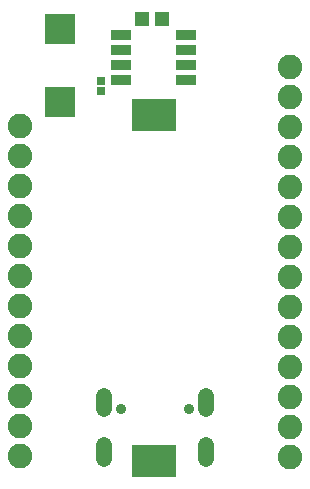
<source format=gbr>
G04 EAGLE Gerber RS-274X export*
G75*
%MOMM*%
%FSLAX34Y34*%
%LPD*%
%INSoldermask Bottom*%
%IPPOS*%
%AMOC8*
5,1,8,0,0,1.08239X$1,22.5*%
G01*
%ADD10R,2.606800X2.571200*%
%ADD11C,1.361200*%
%ADD12C,0.903200*%
%ADD13R,3.803200X2.803200*%
%ADD14C,2.082800*%
%ADD15R,1.727200X0.812800*%
%ADD16R,0.803200X0.743200*%
%ADD17R,1.303200X1.203200*%


D10*
X46508Y321558D03*
X46508Y383982D03*
D11*
X83260Y73090D02*
X83260Y61510D01*
X169660Y61510D02*
X169660Y73090D01*
X83260Y31290D02*
X83260Y19710D01*
X169660Y19710D02*
X169660Y31290D01*
D12*
X97560Y62000D03*
X155360Y62000D03*
D13*
X125460Y18000D03*
X125460Y311000D03*
D14*
X12110Y301660D03*
X12110Y276260D03*
X12110Y250860D03*
X12110Y225460D03*
X12110Y200060D03*
X12110Y174660D03*
X12110Y149260D03*
X12110Y123860D03*
X12110Y98460D03*
X12110Y73060D03*
X12110Y47660D03*
X12110Y22260D03*
X241380Y351190D03*
X241380Y325790D03*
X241380Y300390D03*
X241380Y274990D03*
X241380Y249590D03*
X241380Y224190D03*
X241380Y198790D03*
X241380Y173390D03*
X241380Y147990D03*
X241380Y122590D03*
X241380Y97190D03*
X241380Y71790D03*
X241380Y46390D03*
X241380Y20990D03*
D15*
X98298Y340360D03*
X153162Y340360D03*
X98298Y353060D03*
X98298Y365760D03*
X153162Y353060D03*
X153162Y365760D03*
X98298Y378460D03*
X153162Y378460D03*
D16*
X81280Y339600D03*
X81280Y330960D03*
D17*
X132960Y392430D03*
X115960Y392430D03*
M02*

</source>
